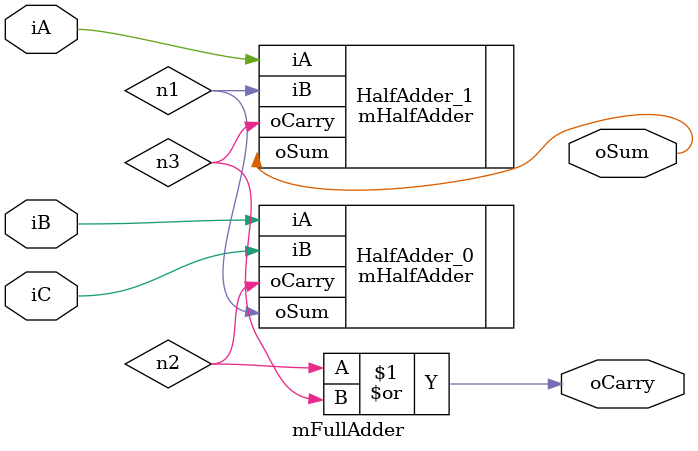
<source format=v>
module mFullAdder(input iA,
								input iB,
								input iC,
								output oSum,
								output oCarry);
							
wire n1, n2, n3;

mHalfAdder HalfAdder_0 (.iA(iB), .iB(iC), .oSum(n1), .oCarry(n2));
mHalfAdder HalfAdder_1 (.iA(iA), .iB(n1), .oSum(oSum), .oCarry(n3));
or OR(oCarry, n2, n3);

endmodule
</source>
